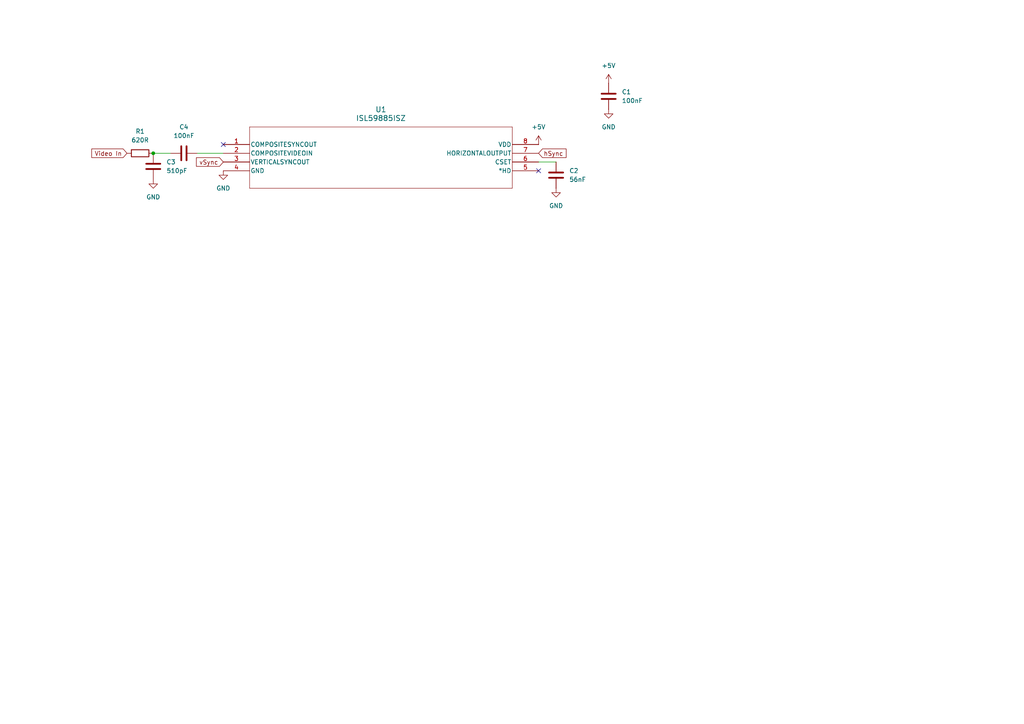
<source format=kicad_sch>
(kicad_sch (version 20250114) (generator "eeschema") (generator_version "9.0")
  (paper "A4")
  (lib_symbols
    (symbol "Device:C" (pin_numbers (hide yes)) (pin_names (offset 0.254))
      (property "Reference" "C" (at 0.635 2.54 0))
      (property "Value" "C" (at 0.635 -2.54 0))
      (symbol "C_0_1"
        (polyline (pts (xy -2.032 0.762) (xy 2.032 0.762)) (stroke (width 0.508)))
        (polyline (pts (xy -2.032 -0.762) (xy 2.032 -0.762)) (stroke (width 0.508)))
      )
      (symbol "C_1_1"
        (pin passive line (at 0 3.81 270) (length 2.794) (name "~") (number "1"))
        (pin passive line (at 0 -3.81 90) (length 2.794) (name "~") (number "2"))
      )
    )
    (symbol "Device:R" (pin_numbers (hide yes)) (pin_names (offset 0))
      (property "Reference" "R" (at 2.032 0 90))
      (property "Value" "R" (at 0 0 90))
      (symbol "R_0_1"
        (rectangle (start -1.016 -2.54) (end 1.016 2.54) (stroke (width 0.254)))
      )
      (symbol "R_1_1"
        (pin passive line (at 0 3.81 270) (length 1.27) (name "~") (number "1"))
        (pin passive line (at 0 -3.81 90) (length 1.27) (name "~") (number "2"))
      )
    )
    (symbol "Evan's parts:ISL59885ISZ" (pin_names (offset 0.254))
      (property "Reference" "U" (at 45.72 10.16 0))
      (property "Value" "ISL59885ISZ" (at 45.72 7.62 0))
      (symbol "ISL59885ISZ_0_1"
        (polyline (pts (xy 7.62 5.08) (xy 7.62 -12.7)) (stroke (width 0.127)))
        (polyline (pts (xy 7.62 -12.7) (xy 83.82 -12.7)) (stroke (width 0.127)))
        (polyline (pts (xy 83.82 5.08) (xy 7.62 5.08)) (stroke (width 0.127)))
        (polyline (pts (xy 83.82 -12.7) (xy 83.82 5.08)) (stroke (width 0.127)))
        (pin output line (at 0 0 0) (length 7.62) (name "COMPOSITESYNCOUT") (number "1"))
        (pin input line (at 0 -2.54 0) (length 7.62) (name "COMPOSITEVIDEOIN") (number "2"))
        (pin output line (at 0 -5.08 0) (length 7.62) (name "VERTICALSYNCOUT") (number "3"))
        (pin power_in line (at 0 -7.62 0) (length 7.62) (name "GND") (number "4"))
        (pin power_in line (at 91.44 0 180) (length 7.62) (name "VDD") (number "8"))
        (pin output line (at 91.44 -2.54 180) (length 7.62) (name "HORIZONTALOUTPUT") (number "7"))
        (pin unspecified line (at 91.44 -5.08 180) (length 7.62) (name "CSET") (number "6"))
        (pin input line (at 91.44 -7.62 180) (length 7.62) (name "*HD") (number "5"))
      )
    )
    (symbol "power:+5V" (power) (pin_numbers (hide yes)) (pin_names (offset 0) (hide yes))
      (property "Value" "+5V" (at 0 3.556 0))
      (symbol "+5V_0_1"
        (polyline (pts (xy -0.762 1.27) (xy 0 2.54)))
        (polyline (pts (xy 0 2.54) (xy 0.762 1.27)))
        (polyline (pts (xy 0 0) (xy 0 2.54)))
      )
      (symbol "+5V_1_1"
        (pin power_in line (at 0 0 90) (length 0) (name "~") (number "1"))
      )
    )
    (symbol "power:GND" (power) (pin_numbers (hide yes)) (pin_names (offset 0) (hide yes))
      (property "Value" "GND" (at 0 -3.81 0))
      (symbol "GND_0_1"
        (polyline (pts (xy 0 0) (xy 0 -1.27) (xy 1.27 -1.27) (xy 0 -2.54) (xy -1.27 -1.27) (xy 0 -1.27)))
      )
      (symbol "GND_1_1"
        (pin power_in line (at 0 0 270) (length 0) (name "~") (number "1"))
      )
    )
  )
  (junction (at 44.45 44.45))
  (no_connect (at 156.21 49.53))
  (no_connect (at 64.77 41.91))
  (wire (pts (xy 49.53 44.45) (xy 44.45 44.45)))
  (wire (pts (xy 156.21 46.99) (xy 161.29 46.99)))
  (wire (pts (xy 57.15 44.45) (xy 64.77 44.45)))
  (global_label "hSync" (shape input) (at 156.21 44.45 0) (property "Intersheetrefs" "${INTERSHEET_REFS}" (effects (hide yes))))
  (global_label "vSync" (shape input) (at 64.77 46.99 180) (property "Intersheetrefs" "${INTERSHEET_REFS}" (effects (hide yes))))
  (global_label "Video In" (shape input) (at 36.83 44.45 180) (property "Intersheetrefs" "${INTERSHEET_REFS}" (effects (hide yes))))
  (symbol (lib_id "Device:C") (at 44.45 48.26 0) (unit 1)
    (property "Reference" "C3" (at 48.26 46.9899 0) (effects (justify left)))
    (property "Value" "510pF" (at 48.26 49.5299 0) (effects (justify left)))
    (property "Description" "Unpolarized capacitor" (effects (hide yes)))
  )
  (symbol (lib_id "Device:C") (at 176.53 27.94 0) (unit 1)
    (property "Reference" "C1" (at 180.34 26.6699 0) (effects (justify left)))
    (property "Value" "100nF" (at 180.34 29.2099 0) (effects (justify left)))
    (property "Description" "Unpolarized capacitor" (effects (hide yes)))
  )
  (symbol (lib_id "power:GND") (at 161.29 54.61 0) (unit 1)
    (property "Reference" "#PWR05" (effects (hide yes)))
    (property "Value" "GND" (at 161.29 59.69 0))
    (property "Description" "Power symbol creates a global label with name \"GND\" , ground" (effects (hide yes)))
  )
  (symbol (lib_id "Evan's parts:ISL59885ISZ") (at 64.77 41.91 0) (unit 1)
    (property "Reference" "U1" (at 110.49 31.75 0) (effects (font (size 1.524 1.524))))
    (property "Value" "ISL59885ISZ" (at 110.49 34.29 0) (effects (font (size 1.524 1.524))))
    (property "Footprint" "SOIC8_4X5_INR" (effects (hide yes)))
    (property "Datasheet" "ISL59885ISZ" (effects (hide yes)))
  )
  (symbol (lib_id "Device:C") (at 161.29 50.8 0) (unit 1)
    (property "Reference" "C2" (at 165.1 49.5299 0) (effects (justify left)))
    (property "Value" "56nF" (at 165.1 52.0699 0) (effects (justify left)))
    (property "Description" "Unpolarized capacitor" (effects (hide yes)))
  )
  (symbol (lib_id "Device:C") (at 53.34 44.45 90) (unit 1)
    (property "Reference" "C4" (at 53.34 36.83 90))
    (property "Value" "100nF" (at 53.34 39.37 90))
    (property "Description" "Unpolarized capacitor" (effects (hide yes)))
  )
  (symbol (lib_id "power:+5V") (at 176.53 24.13 0) (unit 1)
    (property "Reference" "#PWR03" (effects (hide yes)))
    (property "Value" "+5V" (at 176.53 19.05 0))
    (property "Description" "Power symbol creates a global label with name \"+5V\"" (effects (hide yes)))
  )
  (symbol (lib_id "power:+5V") (at 156.21 41.91 0) (unit 1)
    (property "Reference" "#PWR02" (effects (hide yes)))
    (property "Value" "+5V" (at 156.21 36.83 0))
    (property "Description" "Power symbol creates a global label with name \"+5V\"" (effects (hide yes)))
  )
  (symbol (lib_id "power:GND") (at 44.45 52.07 0) (unit 1)
    (property "Reference" "#PWR06" (effects (hide yes)))
    (property "Value" "GND" (at 44.45 57.15 0))
    (property "Description" "Power symbol creates a global label with name \"GND\" , ground" (effects (hide yes)))
  )
  (symbol (lib_id "Device:R") (at 40.64 44.45 90) (unit 1)
    (property "Reference" "R1" (at 40.64 38.1 90))
    (property "Value" "620R" (at 40.64 40.64 90))
    (property "Description" "Resistor" (effects (hide yes)))
  )
  (symbol (lib_id "power:GND") (at 64.77 49.53 0) (unit 1)
    (property "Reference" "#PWR01" (effects (hide yes)))
    (property "Value" "GND" (at 64.77 54.61 0))
    (property "Description" "Power symbol creates a global label with name \"GND\" , ground" (effects (hide yes)))
  )
  (symbol (lib_id "power:GND") (at 176.53 31.75 0) (unit 1)
    (property "Reference" "#PWR04" (effects (hide yes)))
    (property "Value" "GND" (at 176.53 36.83 0))
    (property "Description" "Power symbol creates a global label with name \"GND\" , ground" (effects (hide yes)))
  )
)
</source>
